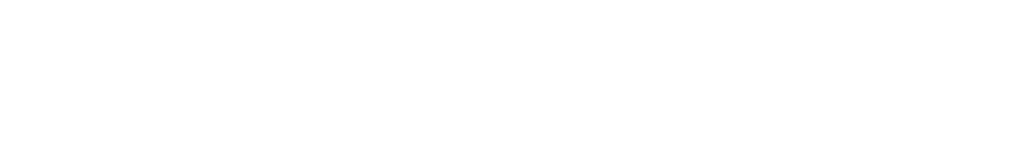
<source format=gts>
*%FSLAX23Y23*%
*%MOIN*%
G01*
D22*
X9390Y7765D02*
D03*
Y7817D02*
D03*
X8921Y8470D02*
D03*
Y7986D02*
D03*
X8717Y7521D02*
D03*
X8709Y7765D02*
D03*
Y7817D02*
D03*
X8244Y8470D02*
D03*
Y7986D02*
D03*
X8154Y7517D02*
D03*
X7661Y7431D02*
D03*
X7732Y7568D02*
D03*
X7106Y7675D02*
D03*
X6595Y8520D02*
D03*
D28*
X13211Y7828D02*
D03*
X13111D02*
D03*
X13211Y8065D02*
D03*
X13111D02*
D03*
X13211Y8301D02*
D03*
X13111D02*
D03*
X12137Y7927D02*
D03*
X12037D02*
D03*
X12162Y7497D02*
D03*
Y7797D02*
D03*
X12562Y7497D02*
D03*
Y7797D02*
D03*
X10981Y7497D02*
D03*
Y7797D02*
D03*
X11381Y7497D02*
D03*
Y7797D02*
D03*
X9800Y7497D02*
D03*
Y7797D02*
D03*
X10200Y7497D02*
D03*
Y7797D02*
D03*
X6839Y7852D02*
D03*
Y8152D02*
D03*
X7239Y7852D02*
D03*
Y8152D02*
D03*
Y7659D02*
D03*
Y7359D02*
D03*
X6839Y7659D02*
D03*
Y7359D02*
D03*
Y8344D02*
D03*
Y8644D02*
D03*
X7239Y8344D02*
D03*
Y8644D02*
D03*
X7682Y7802D02*
D03*
X7382D02*
D03*
X7682Y8202D02*
D03*
X7382D02*
D03*
X5872Y7643D02*
D03*
X5972Y7743D02*
D03*
X5872Y7743D02*
D03*
X5972Y7843D02*
D03*
X5872D02*
D03*
X5972Y7943D02*
D03*
X5872D02*
D03*
X5972Y8043D02*
D03*
X5872D02*
D03*
X5972Y8143D02*
D03*
X5872D02*
D03*
X5972Y8243D02*
D03*
X5872D02*
D03*
X5972Y8343D02*
D03*
X5872D02*
D03*
X6397Y8202D02*
D03*
X6697D02*
D03*
X6397Y7802D02*
D03*
X6697D02*
D03*
D30*
X8244Y7868D02*
D03*
X8921D02*
D03*
D32*
X5752Y7876D02*
D03*
X5760Y8108D02*
D03*
D36*
X14075Y8525D02*
D03*
Y7478D02*
D03*
X10177Y8525D02*
D03*
X6280D02*
D03*
Y7478D02*
D03*
D38*
X8008Y8076D02*
D03*
Y8151D02*
D03*
D40*
X8088Y8113D02*
D03*
D42*
X13358Y7828D02*
D03*
X13448D02*
D03*
X13358Y8065D02*
D03*
X13448D02*
D03*
X13354Y8293D02*
D03*
X13444D02*
D03*
X12260Y7927D02*
D03*
X12350D02*
D03*
X8496Y8202D02*
D03*
X8586D02*
D03*
X8496Y8293D02*
D03*
X8586D02*
D03*
X8496Y8379D02*
D03*
X8586D02*
D03*
X8264D02*
D03*
X8354D02*
D03*
X8496Y8116D02*
D03*
X8586D02*
D03*
X8755Y8203D02*
D03*
X8665D02*
D03*
X8757Y8116D02*
D03*
X8667D02*
D03*
X8063Y8379D02*
D03*
X8153D02*
D03*
D45*
X9170Y7986D02*
D03*
X9035D02*
D03*
X8497Y7990D02*
D03*
X8362D02*
D03*
D46*
X7925Y8072D02*
D03*
Y8162D02*
D03*
D48*
X5972Y7643D02*
D03*
D50*
X8244Y7818D02*
D03*
Y7768D02*
D03*
Y7718D02*
D03*
Y7668D02*
D03*
Y7618D02*
D03*
Y7568D02*
D03*
Y7518D02*
D03*
X8619D02*
D03*
Y7568D02*
D03*
Y7618D02*
D03*
Y7668D02*
D03*
Y7718D02*
D03*
Y7768D02*
D03*
Y7818D02*
D03*
Y7868D02*
D03*
X8921Y7818D02*
D03*
Y7768D02*
D03*
Y7718D02*
D03*
Y7668D02*
D03*
Y7618D02*
D03*
Y7568D02*
D03*
Y7518D02*
D03*
X9296D02*
D03*
Y7568D02*
D03*
Y7618D02*
D03*
Y7668D02*
D03*
Y7718D02*
D03*
Y7768D02*
D03*
Y7818D02*
D03*
Y7868D02*
D03*
D52*
X6091Y7782D02*
D03*
Y7647D02*
D03*
M02*

</source>
